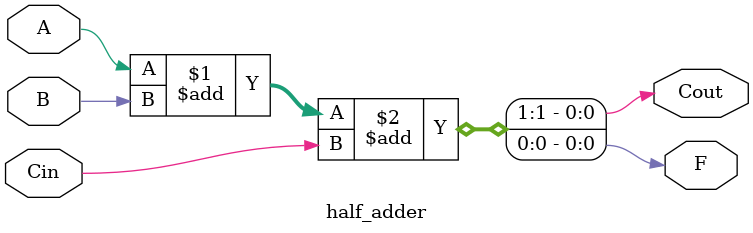
<source format=v>
`timescale 1ns / 1ps


module half_adder(
    input A,
    input B,
    input Cin,
    output F,
    output Cout
    );
    assign {Cout, F} = A + B + Cin;
endmodule

</source>
